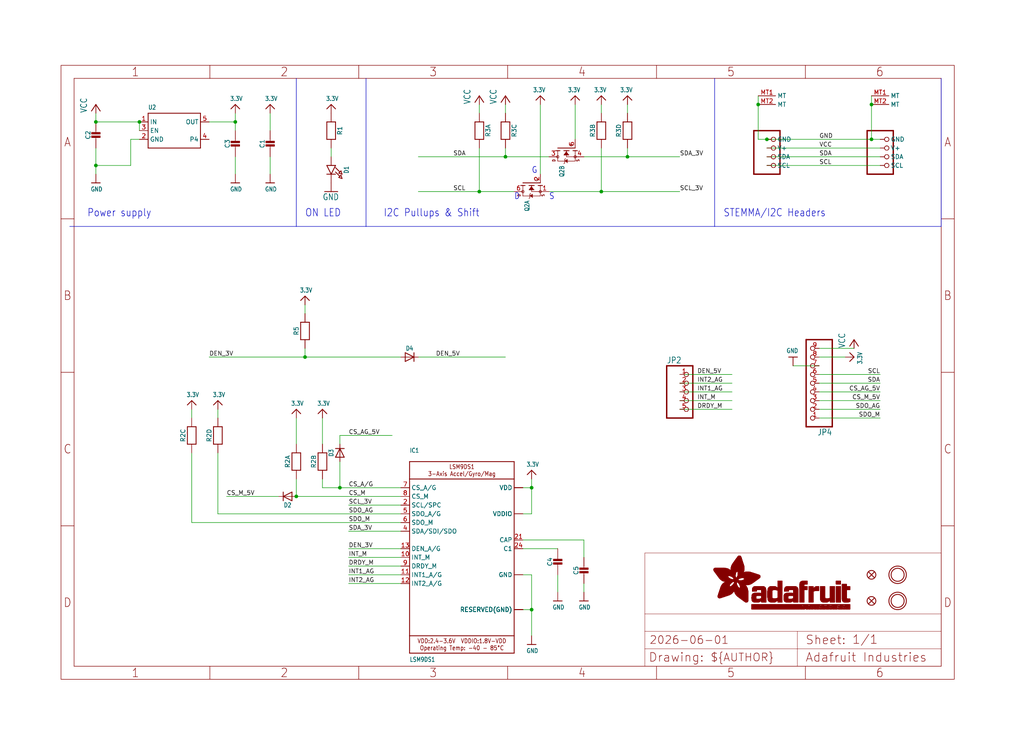
<source format=kicad_sch>
(kicad_sch (version 20231120) (generator "eeschema") (generator_version "8.0")
  (paper "User" 298.45 217.322)
  (lib_symbols
    (symbol "Adafruit LSM9DS1 Rev C-eagle-import:microbuilder_3.3V" (power)
      (symbol "microbuilder_3.3V_1_0"
        (pin power_in line (at 0 -2.54 90) (length 2.54) (name "3.3V") (number "1"))
      )
    )
    (symbol "Adafruit LSM9DS1 Rev C-eagle-import:microbuilder_CAP_CERAMIC0603_NO"
      (property "Reference" "C" (at -2.29 1.25 90))
      (symbol "microbuilder_CAP_CERAMIC0603_NO_1_0"
        (pin passive line (at 0 5.08 270) (length 2.54) (name "1") (number "1"))
        (pin passive line (at 0 -2.54 90) (length 2.54) (name "2") (number "2"))
      )
    )
    (symbol "Adafruit LSM9DS1 Rev C-eagle-import:microbuilder_CAP_CERAMIC0805-NOOUTLINE"
      (property "Reference" "C" (at -2.29 1.25 90))
      (symbol "microbuilder_CAP_CERAMIC0805-NOOUTLINE_1_0"
        (pin passive line (at 0 5.08 270) (length 2.54) (name "1") (number "1"))
        (pin passive line (at 0 -2.54 90) (length 2.54) (name "2") (number "2"))
      )
    )
    (symbol "Adafruit LSM9DS1 Rev C-eagle-import:microbuilder_CAP_CERAMIC_0805MP"
      (property "Reference" "C" (at -2.29 1.25 90))
      (symbol "microbuilder_CAP_CERAMIC_0805MP_1_0"
        (pin passive line (at 0 5.08 270) (length 2.54) (name "1") (number "1"))
        (pin passive line (at 0 -2.54 90) (length 2.54) (name "2") (number "2"))
      )
    )
    (symbol "Adafruit LSM9DS1 Rev C-eagle-import:microbuilder_DIODESOD-323"
      (property "Reference" "D" (at 0 2.54 0))
      (symbol "microbuilder_DIODESOD-323_1_0"
        (pin passive line (at -2.54 0 0) (length 2.54) (name "A") (number "A"))
        (pin passive line (at 2.54 0 180) (length 2.54) (name "C") (number "C"))
      )
    )
    (symbol "Adafruit LSM9DS1 Rev C-eagle-import:microbuilder_FIDUCIAL_1MM")
    (symbol "Adafruit LSM9DS1 Rev C-eagle-import:microbuilder_FRAME_A4_ADAFRUIT"
      (symbol "microbuilder_FRAME_A4_ADAFRUIT_1_0"
        (text "${#}/${##}" (at 230.505 10.16 0) (effects (font (size 2.54 2.54)) (justify left bottom)))
        (text "${AUTHOR}" (at 189.23 5.08 0) (effects (font (size 2.286 2.286)) (justify left bottom)))
        (text "${CURRENT_DATE}" (at 171.45 10.16 0) (effects (font (size 2.286 2.286)) (justify left bottom)))
        (text "${PROJECTNAME}" (at 171.45 15.24 0) (effects (font (size 2.54 2.54)) (justify left bottom)))
        (text "1" (at 21.6958 1.905 0) (effects (font (size 2.54 2.286))))
        (text "1" (at 21.6958 177.165 0) (effects (font (size 2.54 2.286))))
        (text "2" (at 65.0875 1.905 0) (effects (font (size 2.54 2.286))))
        (text "2" (at 65.0875 177.165 0) (effects (font (size 2.54 2.286))))
        (text "3" (at 108.4792 1.905 0) (effects (font (size 2.54 2.286))))
        (text "3" (at 108.4792 177.165 0) (effects (font (size 2.54 2.286))))
        (text "4" (at 151.8708 1.905 0) (effects (font (size 2.54 2.286))))
        (text "4" (at 151.8708 177.165 0) (effects (font (size 2.54 2.286))))
        (text "5" (at 195.2625 1.905 0) (effects (font (size 2.54 2.286))))
        (text "5" (at 195.2625 177.165 0) (effects (font (size 2.54 2.286))))
        (text "6" (at 238.6542 1.905 0) (effects (font (size 2.54 2.286))))
        (text "6" (at 238.6542 177.165 0) (effects (font (size 2.54 2.286))))
        (text "A" (at 1.905 156.6863 0) (effects (font (size 2.54 2.286))))
        (text "A" (at 258.445 156.6863 0) (effects (font (size 2.54 2.286))))
        (text "Adafruit Industries" (at 216.916 4.953 0) (effects (font (size 2.54 2.54)) (justify left bottom)))
        (text "B" (at 1.905 111.9188 0) (effects (font (size 2.54 2.286))))
        (text "B" (at 258.445 111.9188 0) (effects (font (size 2.54 2.286))))
        (text "C" (at 1.905 67.1513 0) (effects (font (size 2.54 2.286))))
        (text "C" (at 258.445 67.1513 0) (effects (font (size 2.54 2.286))))
        (text "D" (at 1.905 22.3838 0) (effects (font (size 2.54 2.286))))
        (text "D" (at 258.445 22.3838 0) (effects (font (size 2.54 2.286))))
        (text "Drawing:" (at 171.196 4.953 0) (effects (font (size 2.54 2.54)) (justify left bottom)))
        (text "Sheet:" (at 216.916 10.033 0) (effects (font (size 2.54 2.54)) (justify left bottom)))
      )
    )
    (symbol "Adafruit LSM9DS1 Rev C-eagle-import:microbuilder_GND" (power)
      (symbol "microbuilder_GND_1_0"
        (pin power_in line (at 0 2.54 270) (length 2.54) (name "GND") (number "1"))
      )
    )
    (symbol "Adafruit LSM9DS1 Rev C-eagle-import:microbuilder_HEADER-1X570MIL"
      (property "Reference" "JP" (at -6.35 8.255 0))
      (symbol "microbuilder_HEADER-1X570MIL_1_0"
        (pin passive inverted (at -2.54 5.08 0) (length 2.54) (name "1") (number "1"))
        (pin passive inverted (at -2.54 2.54 0) (length 2.54) (name "2") (number "2"))
        (pin passive inverted (at -2.54 0 0) (length 2.54) (name "3") (number "3"))
        (pin passive inverted (at -2.54 -2.54 0) (length 2.54) (name "4") (number "4"))
        (pin passive inverted (at -2.54 -5.08 0) (length 2.54) (name "5") (number "5"))
      )
    )
    (symbol "Adafruit LSM9DS1 Rev C-eagle-import:microbuilder_HEADER-1X970MIL"
      (property "Reference" "JP" (at -6.35 13.335 0))
      (symbol "microbuilder_HEADER-1X970MIL_1_0"
        (pin passive inverted (at -2.54 10.16 0) (length 2.54) (name "1") (number "1"))
        (pin passive inverted (at -2.54 7.62 0) (length 2.54) (name "2") (number "2"))
        (pin passive inverted (at -2.54 5.08 0) (length 2.54) (name "3") (number "3"))
        (pin passive inverted (at -2.54 2.54 0) (length 2.54) (name "4") (number "4"))
        (pin passive inverted (at -2.54 0 0) (length 2.54) (name "5") (number "5"))
        (pin passive inverted (at -2.54 -2.54 0) (length 2.54) (name "6") (number "6"))
        (pin passive inverted (at -2.54 -5.08 0) (length 2.54) (name "7") (number "7"))
        (pin passive inverted (at -2.54 -7.62 0) (length 2.54) (name "8") (number "8"))
        (pin passive inverted (at -2.54 -10.16 0) (length 2.54) (name "9") (number "9"))
      )
    )
    (symbol "Adafruit LSM9DS1 Rev C-eagle-import:microbuilder_LED0603_NOOUTLINE"
      (property "Reference" "D" (at -1.27 4.445 0))
      (symbol "microbuilder_LED0603_NOOUTLINE_1_0"
        (pin passive line (at -5.08 0 0) (length 2.54) (name "A") (number "A"))
        (pin passive line (at 2.54 0 180) (length 2.54) (name "C") (number "C"))
      )
    )
    (symbol "Adafruit LSM9DS1 Rev C-eagle-import:microbuilder_LSM9DS1"
      (property "Reference" "IC" (at -15.24 27.94 0))
      (symbol "microbuilder_LSM9DS1_1_0"
        (text "LSM9DS1\n3-Axis Accel/Gyro/Mag" (at 0 22.86 0) (effects (font (size 1.27 1.0795))))
        (text "VDD:2.4-3.6V  VDDIO:1.8V-VDD\nOperating Temp: -40 - 85°C" (at 0 -27.94 0) (effects (font (size 1.27 1.0795))))
        (pin power_in line (at 17.78 10.16 180) (length 2.54) (name "VDDIO") (number "1"))
        (pin bidirectional line (at -17.78 -2.54 0) (length 2.54) (name "INT_M") (number "10"))
        (pin bidirectional line (at -17.78 -7.62 0) (length 2.54) (name "INT1_A/G") (number "11"))
        (pin bidirectional line (at -17.78 -10.16 0) (length 2.54) (name "INT2_A/G") (number "12"))
        (pin bidirectional line (at -17.78 0 0) (length 2.54) (name "DEN_A/G") (number "13"))
        (pin power_in line (at 17.78 -17.78 180) (length 2.54) (name "RESERVED(GND)") (number "14"))
        (pin power_in line (at 17.78 -17.78 180) (length 2.54) (name "RESERVED(GND)") (number "15"))
        (pin power_in line (at 17.78 -17.78 180) (length 2.54) (name "RESERVED(GND)") (number "16"))
        (pin power_in line (at 17.78 -17.78 180) (length 2.54) (name "RESERVED(GND)") (number "17"))
        (pin power_in line (at 17.78 -17.78 180) (length 2.54) (name "RESERVED(GND)") (number "18"))
        (pin power_in line (at 17.78 -7.62 180) (length 2.54) (name "GND") (number "19"))
        (pin bidirectional line (at -17.78 12.7 0) (length 2.54) (name "SCL/SPC") (number "2"))
        (pin power_in line (at 17.78 -7.62 180) (length 2.54) (name "GND") (number "20"))
        (pin bidirectional line (at 17.78 2.54 180) (length 2.54) (name "CAP") (number "21"))
        (pin power_in line (at 17.78 17.78 180) (length 2.54) (name "VDD") (number "22"))
        (pin power_in line (at 17.78 17.78 180) (length 2.54) (name "VDD") (number "23"))
        (pin bidirectional line (at 17.78 0 180) (length 2.54) (name "C1") (number "24"))
        (pin power_in line (at 17.78 10.16 180) (length 2.54) (name "VDDIO") (number "3"))
        (pin bidirectional line (at -17.78 5.08 0) (length 2.54) (name "SDA/SDI/SDO") (number "4"))
        (pin bidirectional line (at -17.78 10.16 0) (length 2.54) (name "SDO_A/G") (number "5"))
        (pin bidirectional line (at -17.78 7.62 0) (length 2.54) (name "SDO_M") (number "6"))
        (pin bidirectional line (at -17.78 17.78 0) (length 2.54) (name "CS_A/G") (number "7"))
        (pin bidirectional line (at -17.78 15.24 0) (length 2.54) (name "CS_M") (number "8"))
        (pin bidirectional line (at -17.78 -5.08 0) (length 2.54) (name "DRDY_M") (number "9"))
      )
    )
    (symbol "Adafruit LSM9DS1 Rev C-eagle-import:microbuilder_MOSFET-N_DUAL"
      (property "Reference" "Q" (at 5.08 0.635 0))
      (symbol "microbuilder_MOSFET-N_DUAL_1_0"
        (text "D" (at 3.175 3.175 0) (effects (font (size 0.8128 0.6908)) (justify left bottom)))
        (text "G" (at -1.27 -1.905 0) (effects (font (size 0.8128 0.6908)) (justify left bottom)))
        (text "S" (at 3.175 -3.81 0) (effects (font (size 0.8128 0.6908)) (justify left bottom)))
        (pin bidirectional line (at 2.54 -5.08 90) (length 2.54) (name "S") (number "1"))
        (pin bidirectional line (at -2.54 -2.54 0) (length 2.54) (name "G") (number "2"))
        (pin bidirectional line (at 2.54 5.08 270) (length 2.54) (name "D") (number "6"))
      )
      (symbol "microbuilder_MOSFET-N_DUAL_2_0"
        (text "D" (at 3.175 3.175 0) (effects (font (size 0.8128 0.6908)) (justify left bottom)))
        (text "G" (at -1.27 -1.905 0) (effects (font (size 0.8128 0.6908)) (justify left bottom)))
        (text "S" (at 3.175 -3.81 0) (effects (font (size 0.8128 0.6908)) (justify left bottom)))
        (pin bidirectional line (at 2.54 5.08 270) (length 2.54) (name "D") (number "3"))
        (pin bidirectional line (at 2.54 -5.08 90) (length 2.54) (name "S") (number "4"))
        (pin bidirectional line (at -2.54 -2.54 0) (length 2.54) (name "G") (number "5"))
      )
    )
    (symbol "Adafruit LSM9DS1 Rev C-eagle-import:microbuilder_MOUNTINGHOLE2.5")
    (symbol "Adafruit LSM9DS1 Rev C-eagle-import:microbuilder_RESISTOR_0603_NOOUT"
      (property "Reference" "R" (at 0 2.54 0))
      (symbol "microbuilder_RESISTOR_0603_NOOUT_1_0"
        (pin passive line (at -5.08 0 0) (length 2.54) (name "1") (number "1"))
        (pin passive line (at 5.08 0 180) (length 2.54) (name "2") (number "2"))
      )
    )
    (symbol "Adafruit LSM9DS1 Rev C-eagle-import:microbuilder_RESISTOR_4PACK"
      (property "Reference" "R" (at 0 2.54 0))
      (symbol "microbuilder_RESISTOR_4PACK_1_0"
        (pin passive line (at -5.08 0 0) (length 2.54) (name "1") (number "1"))
        (pin passive line (at 5.08 0 180) (length 2.54) (name "2") (number "8"))
      )
      (symbol "microbuilder_RESISTOR_4PACK_2_0"
        (pin passive line (at -5.08 0 0) (length 2.54) (name "1") (number "2"))
        (pin passive line (at 5.08 0 180) (length 2.54) (name "2") (number "7"))
      )
      (symbol "microbuilder_RESISTOR_4PACK_3_0"
        (pin passive line (at -5.08 0 0) (length 2.54) (name "1") (number "3"))
        (pin passive line (at 5.08 0 180) (length 2.54) (name "2") (number "6"))
      )
      (symbol "microbuilder_RESISTOR_4PACK_4_0"
        (pin passive line (at -5.08 0 0) (length 2.54) (name "1") (number "4"))
        (pin passive line (at 5.08 0 180) (length 2.54) (name "2") (number "5"))
      )
    )
    (symbol "Adafruit LSM9DS1 Rev C-eagle-import:microbuilder_STEMMA_I2C_QT"
      (symbol "microbuilder_STEMMA_I2C_QT_1_0"
        (pin passive inverted (at 0 5.08 0) (length 2.54) (name "GND") (number "1"))
        (pin passive inverted (at 0 2.54 0) (length 2.54) (name "V+") (number "2"))
        (pin passive inverted (at 0 0 0) (length 2.54) (name "SDA") (number "3"))
        (pin passive inverted (at 0 -2.54 0) (length 2.54) (name "SCL") (number "4"))
      )
      (symbol "microbuilder_STEMMA_I2C_QT_2_0"
        (pin bidirectional line (at 0 0 0) (length 5.08) (name "MT") (number "MT1"))
      )
      (symbol "microbuilder_STEMMA_I2C_QT_3_0"
        (pin bidirectional line (at 0 0 0) (length 5.08) (name "MT") (number "MT2"))
      )
    )
    (symbol "Adafruit LSM9DS1 Rev C-eagle-import:microbuilder_VREG_SOT23-5"
      (property "Reference" "U" (at -7.62 6.096 0))
      (symbol "microbuilder_VREG_SOT23-5_1_0"
        (pin power_in line (at -10.16 2.54 0) (length 2.54) (name "IN") (number "1"))
        (pin power_in line (at -10.16 -2.54 0) (length 2.54) (name "GND") (number "2"))
        (pin input line (at -10.16 0 0) (length 2.54) (name "EN") (number "3"))
        (pin bidirectional line (at 10.16 -2.54 180) (length 2.54) (name "P4") (number "4"))
        (pin power_in line (at 10.16 2.54 180) (length 2.54) (name "OUT") (number "5"))
      )
    )
    (symbol "Adafruit LSM9DS1 Rev C-eagle-import:supply1_GND" (power)
      (symbol "supply1_GND_1_0"
        (pin power_in line (at 0 2.54 270) (length 2.54) (name "GND") (number "1"))
      )
    )
    (symbol "Adafruit LSM9DS1 Rev C-eagle-import:supply1_VCC" (power)
      (symbol "supply1_VCC_1_0"
        (pin power_in line (at 0 -2.54 90) (length 2.54) (name "VCC") (number "1"))
      )
    )
  )
  (junction (at 99.06 142.24))
  (junction (at 223.52 40.64))
  (junction (at 182.88 45.72))
  (junction (at 154.94 177.8))
  (junction (at 175.26 55.88))
  (junction (at 68.58 35.56))
  (junction (at 147.32 45.72))
  (junction (at 254 40.64))
  (junction (at 254 30.48))
  (junction (at 40.64 35.56))
  (junction (at 220.98 30.48))
  (junction (at 86.36 144.78))
  (junction (at 27.94 48.26))
  (junction (at 27.94 35.56))
  (junction (at 154.94 142.24))
  (junction (at 139.7 55.88))
  (junction (at 88.9 104.14))
  (wire (pts (xy 238.76 106.68) (xy 231.14 106.68)) (stroke (width 0.1524)))
  (wire (pts (xy 38.1 48.26) (xy 27.94 48.26)) (stroke (width 0.1524)))
  (wire (pts (xy 220.98 30.48) (xy 220.98 40.64)) (stroke (width 0.1524)))
  (wire (pts (xy 175.26 43.18) (xy 175.26 55.88)) (stroke (width 0.1524)))
  (wire (pts (xy 121.92 104.14) (xy 147.32 104.14)) (stroke (width 0.1524)))
  (wire (pts (xy 139.7 55.88) (xy 121.92 55.88)) (stroke (width 0.1524)))
  (wire (pts (xy 213.36 119.38) (xy 198.12 119.38)) (stroke (width 0.1524)))
  (wire (pts (xy 78.74 33.02) (xy 78.74 38.1)) (stroke (width 0.1524)))
  (wire (pts (xy 246.38 104.14) (xy 238.76 104.14)) (stroke (width 0.1524)))
  (wire (pts (xy 55.88 152.4) (xy 55.88 132.08)) (stroke (width 0.1524)))
  (wire (pts (xy 256.54 45.72) (xy 223.52 45.72)) (stroke (width 0.1524)))
  (wire (pts (xy 162.56 172.72) (xy 162.56 167.64)) (stroke (width 0.1524)))
  (wire (pts (xy 160.02 55.88) (xy 175.26 55.88)) (stroke (width 0.1524)))
  (wire (pts (xy 96.52 45.72) (xy 96.52 43.18)) (stroke (width 0.1524)))
  (wire (pts (xy 93.98 142.24) (xy 99.06 142.24)) (stroke (width 0.1524)))
  (wire (pts (xy 68.58 35.56) (xy 68.58 33.02)) (stroke (width 0.1524)))
  (wire (pts (xy 182.88 43.18) (xy 182.88 45.72)) (stroke (width 0.1524)))
  (wire (pts (xy 147.32 33.02) (xy 147.32 30.48)) (stroke (width 0.1524)))
  (wire (pts (xy 116.84 142.24) (xy 99.06 142.24)) (stroke (width 0.1524)))
  (wire (pts (xy 116.84 152.4) (xy 55.88 152.4)) (stroke (width 0.1524)))
  (polyline (pts (xy 208.28 22.86) (xy 208.28 66.04)) (stroke (width 0.1524) (type solid)))
  (wire (pts (xy 63.5 149.86) (xy 63.5 132.08)) (stroke (width 0.1524)))
  (polyline (pts (xy 86.36 66.04) (xy 106.68 66.04)) (stroke (width 0.1524) (type solid)))
  (wire (pts (xy 99.06 127) (xy 114.3 127)) (stroke (width 0.1524)))
  (wire (pts (xy 99.06 142.24) (xy 99.06 134.62)) (stroke (width 0.1524)))
  (wire (pts (xy 68.58 45.72) (xy 68.58 50.8)) (stroke (width 0.1524)))
  (wire (pts (xy 238.76 109.22) (xy 256.54 109.22)) (stroke (width 0.1524)))
  (wire (pts (xy 254 40.64) (xy 223.52 40.64)) (stroke (width 0.1524)))
  (wire (pts (xy 238.76 114.3) (xy 256.54 114.3)) (stroke (width 0.1524)))
  (wire (pts (xy 88.9 104.14) (xy 88.9 101.6)) (stroke (width 0.1524)))
  (wire (pts (xy 154.94 142.24) (xy 154.94 139.7)) (stroke (width 0.1524)))
  (wire (pts (xy 198.12 109.22) (xy 213.36 109.22)) (stroke (width 0.1524)))
  (wire (pts (xy 170.18 157.48) (xy 170.18 162.56)) (stroke (width 0.1524)))
  (wire (pts (xy 86.36 129.54) (xy 86.36 121.92)) (stroke (width 0.1524)))
  (wire (pts (xy 40.64 40.64) (xy 38.1 40.64)) (stroke (width 0.1524)))
  (wire (pts (xy 223.52 43.18) (xy 256.54 43.18)) (stroke (width 0.1524)))
  (wire (pts (xy 88.9 104.14) (xy 60.96 104.14)) (stroke (width 0.1524)))
  (wire (pts (xy 160.02 45.72) (xy 147.32 45.72)) (stroke (width 0.1524)))
  (wire (pts (xy 213.36 116.84) (xy 198.12 116.84)) (stroke (width 0.1524)))
  (wire (pts (xy 86.36 144.78) (xy 86.36 139.7)) (stroke (width 0.1524)))
  (wire (pts (xy 238.76 111.76) (xy 256.54 111.76)) (stroke (width 0.1524)))
  (polyline (pts (xy 208.28 66.04) (xy 274.32 66.04)) (stroke (width 0.1524) (type solid)))
  (wire (pts (xy 40.64 38.1) (xy 40.64 35.56)) (stroke (width 0.1524)))
  (wire (pts (xy 238.76 121.92) (xy 256.54 121.92)) (stroke (width 0.1524)))
  (wire (pts (xy 254 30.48) (xy 254 40.64)) (stroke (width 0.1524)))
  (wire (pts (xy 55.88 121.92) (xy 55.88 119.38)) (stroke (width 0.1524)))
  (wire (pts (xy 81.28 144.78) (xy 66.04 144.78)) (stroke (width 0.1524)))
  (polyline (pts (xy 274.32 22.86) (xy 274.32 66.04)) (stroke (width 0.1524) (type solid)))
  (wire (pts (xy 93.98 129.54) (xy 93.98 121.92)) (stroke (width 0.1524)))
  (wire (pts (xy 170.18 45.72) (xy 182.88 45.72)) (stroke (width 0.1524)))
  (wire (pts (xy 220.98 27.94) (xy 220.98 30.48)) (stroke (width 0.1524)))
  (wire (pts (xy 147.32 45.72) (xy 121.92 45.72)) (stroke (width 0.1524)))
  (polyline (pts (xy 106.68 66.04) (xy 208.28 66.04)) (stroke (width 0.1524) (type solid)))
  (wire (pts (xy 116.84 165.1) (xy 101.6 165.1)) (stroke (width 0.1524)))
  (wire (pts (xy 152.4 149.86) (xy 154.94 149.86)) (stroke (width 0.1524)))
  (wire (pts (xy 213.36 114.3) (xy 198.12 114.3)) (stroke (width 0.1524)))
  (wire (pts (xy 93.98 142.24) (xy 93.98 139.7)) (stroke (width 0.1524)))
  (wire (pts (xy 116.84 170.18) (xy 101.6 170.18)) (stroke (width 0.1524)))
  (polyline (pts (xy 86.36 22.86) (xy 86.36 66.04)) (stroke (width 0.1524) (type solid)))
  (wire (pts (xy 116.84 144.78) (xy 86.36 144.78)) (stroke (width 0.1524)))
  (wire (pts (xy 256.54 40.64) (xy 254 40.64)) (stroke (width 0.1524)))
  (wire (pts (xy 139.7 30.48) (xy 139.7 33.02)) (stroke (width 0.1524)))
  (wire (pts (xy 68.58 35.56) (xy 68.58 38.1)) (stroke (width 0.1524)))
  (wire (pts (xy 116.84 149.86) (xy 63.5 149.86)) (stroke (width 0.1524)))
  (wire (pts (xy 116.84 154.94) (xy 101.6 154.94)) (stroke (width 0.1524)))
  (wire (pts (xy 116.84 167.64) (xy 101.6 167.64)) (stroke (width 0.1524)))
  (wire (pts (xy 154.94 149.86) (xy 154.94 142.24)) (stroke (width 0.1524)))
  (polyline (pts (xy 106.68 22.86) (xy 106.68 66.04)) (stroke (width 0.1524) (type solid)))
  (wire (pts (xy 27.94 48.26) (xy 27.94 50.8)) (stroke (width 0.1524)))
  (wire (pts (xy 254 27.94) (xy 254 30.48)) (stroke (width 0.1524)))
  (wire (pts (xy 220.98 40.64) (xy 223.52 40.64)) (stroke (width 0.1524)))
  (wire (pts (xy 238.76 119.38) (xy 256.54 119.38)) (stroke (width 0.1524)))
  (wire (pts (xy 248.92 101.6) (xy 238.76 101.6)) (stroke (width 0.1524)))
  (wire (pts (xy 60.96 35.56) (xy 68.58 35.56)) (stroke (width 0.1524)))
  (wire (pts (xy 154.94 177.8) (xy 154.94 185.42)) (stroke (width 0.1524)))
  (wire (pts (xy 152.4 167.64) (xy 154.94 167.64)) (stroke (width 0.1524)))
  (wire (pts (xy 152.4 177.8) (xy 154.94 177.8)) (stroke (width 0.1524)))
  (wire (pts (xy 63.5 121.92) (xy 63.5 119.38)) (stroke (width 0.1524)))
  (wire (pts (xy 116.84 160.02) (xy 101.6 160.02)) (stroke (width 0.1524)))
  (wire (pts (xy 152.4 157.48) (xy 170.18 157.48)) (stroke (width 0.1524)))
  (wire (pts (xy 152.4 160.02) (xy 162.56 160.02)) (stroke (width 0.1524)))
  (wire (pts (xy 182.88 33.02) (xy 182.88 30.48)) (stroke (width 0.1524)))
  (wire (pts (xy 175.26 55.88) (xy 198.12 55.88)) (stroke (width 0.1524)))
  (wire (pts (xy 152.4 142.24) (xy 154.94 142.24)) (stroke (width 0.1524)))
  (wire (pts (xy 116.84 162.56) (xy 101.6 162.56)) (stroke (width 0.1524)))
  (wire (pts (xy 157.48 50.8) (xy 157.48 30.48)) (stroke (width 0.1524)))
  (wire (pts (xy 213.36 111.76) (xy 198.12 111.76)) (stroke (width 0.1524)))
  (wire (pts (xy 27.94 33.02) (xy 27.94 35.56)) (stroke (width 0.1524)))
  (polyline (pts (xy 20.32 66.04) (xy 86.36 66.04)) (stroke (width 0.1524) (type solid)))
  (wire (pts (xy 139.7 43.18) (xy 139.7 55.88)) (stroke (width 0.1524)))
  (wire (pts (xy 40.64 35.56) (xy 27.94 35.56)) (stroke (width 0.1524)))
  (wire (pts (xy 167.64 40.64) (xy 167.64 30.48)) (stroke (width 0.1524)))
  (wire (pts (xy 27.94 48.26) (xy 27.94 43.18)) (stroke (width 0.1524)))
  (wire (pts (xy 147.32 43.18) (xy 147.32 45.72)) (stroke (width 0.1524)))
  (wire (pts (xy 154.94 167.64) (xy 154.94 177.8)) (stroke (width 0.1524)))
  (wire (pts (xy 175.26 33.02) (xy 175.26 30.48)) (stroke (width 0.1524)))
  (wire (pts (xy 182.88 45.72) (xy 198.12 45.72)) (stroke (width 0.1524)))
  (wire (pts (xy 223.52 48.26) (xy 256.54 48.26)) (stroke (width 0.1524)))
  (wire (pts (xy 170.18 170.18) (xy 170.18 172.72)) (stroke (width 0.1524)))
  (wire (pts (xy 116.84 104.14) (xy 88.9 104.14)) (stroke (width 0.1524)))
  (wire (pts (xy 149.86 55.88) (xy 139.7 55.88)) (stroke (width 0.1524)))
  (wire (pts (xy 88.9 88.9) (xy 88.9 91.44)) (stroke (width 0.1524)))
  (wire (pts (xy 38.1 40.64) (xy 38.1 48.26)) (stroke (width 0.1524)))
  (wire (pts (xy 78.74 45.72) (xy 78.74 50.8)) (stroke (width 0.1524)))
  (wire (pts (xy 99.06 129.54) (xy 99.06 127)) (stroke (width 0.1524)))
  (wire (pts (xy 116.84 147.32) (xy 101.6 147.32)) (stroke (width 0.1524)))
  (wire (pts (xy 256.54 116.84) (xy 238.76 116.84)) (stroke (width 0.1524)))
  (text "I2C Pullups & Shift" (at 111.76 63.5 0) (effects (font (size 2.1844 1.8567)) (justify left bottom)))
  (text "ON LED" (at 88.9 63.5 0) (effects (font (size 2.1844 1.8567)) (justify left bottom)))
  (text "STEMMA/I2C Headers" (at 210.82 63.5 0) (effects (font (size 2.1844 1.8567)) (justify left bottom)))
  (text "Power supply" (at 25.4 63.5 0) (effects (font (size 2.1844 1.8567)) (justify left bottom)))
  (text "S" (at 160.02 58.42 0) (effects (font (size 1.778 1.5113)) (justify left bottom)))
  (text "G" (at 154.94 50.8 0) (effects (font (size 1.778 1.5113)) (justify left bottom)))
  (text "D" (at 149.86 58.42 0) (effects (font (size 1.778 1.5113)) (justify left bottom)))
  (label "DRDY_M" (at 203.2 119.38 0) (effects (font (size 1.2446 1.2446))))
  (label "INT1_AG" (at 203.2 114.3 0) (effects (font (size 1.2446 1.2446))))
  (label "SDA" (at 256.54 111.76 180) (effects (font (size 1.2446 1.2446))))
  (label "SDA" (at 132.08 45.72 0) (effects (font (size 1.2446 1.2446))))
  (label "SDO_M" (at 256.54 121.92 180) (effects (font (size 1.2446 1.2446))))
  (label "SDA_3V" (at 101.6 154.94 0) (effects (font (size 1.2446 1.2446))))
  (label "DEN_5V" (at 127 104.14 0) (effects (font (size 1.2446 1.2446))))
  (label "INT2_AG" (at 203.2 111.76 0) (effects (font (size 1.2446 1.2446))))
  (label "VCC" (at 238.76 43.18 0) (effects (font (size 1.2446 1.2446))))
  (label "SDO_AG" (at 256.54 119.38 180) (effects (font (size 1.2446 1.2446))))
  (label "INT2_AG" (at 101.6 170.18 0) (effects (font (size 1.2446 1.2446))))
  (label "DEN_3V" (at 101.6 160.02 0) (effects (font (size 1.2446 1.2446))))
  (label "CS_M_5V" (at 66.04 144.78 0) (effects (font (size 1.2446 1.2446))))
  (label "SCL" (at 256.54 109.22 180) (effects (font (size 1.2446 1.2446))))
  (label "SCL" (at 132.08 55.88 0) (effects (font (size 1.2446 1.2446))))
  (label "SDO_M" (at 101.6 152.4 0) (effects (font (size 1.2446 1.2446))))
  (label "CS_M_5V" (at 256.54 116.84 180) (effects (font (size 1.2446 1.2446))))
  (label "SCL_3V" (at 101.6 147.32 0) (effects (font (size 1.2446 1.2446))))
  (label "DRDY_M" (at 101.6 165.1 0) (effects (font (size 1.2446 1.2446))))
  (label "GND" (at 238.76 40.64 0) (effects (font (size 1.2446 1.2446))))
  (label "CS_A/G" (at 101.6 142.24 0) (effects (font (size 1.2446 1.2446))))
  (label "DEN_3V" (at 60.96 104.14 0) (effects (font (size 1.2446 1.2446))))
  (label "CS_AG_5V" (at 101.6 127 0) (effects (font (size 1.2446 1.2446))))
  (label "INT1_AG" (at 101.6 167.64 0) (effects (font (size 1.2446 1.2446))))
  (label "CS_AG_5V" (at 256.54 114.3 180) (effects (font (size 1.2446 1.2446))))
  (label "SDA" (at 238.76 45.72 0) (effects (font (size 1.2446 1.2446))))
  (label "SCL" (at 238.76 48.26 0) (effects (font (size 1.2446 1.2446))))
  (label "DEN_5V" (at 203.2 109.22 0) (effects (font (size 1.2446 1.2446))))
  (label "INT_M" (at 101.6 162.56 0) (effects (font (size 1.2446 1.2446))))
  (label "INT_M" (at 203.2 116.84 0) (effects (font (size 1.2446 1.2446))))
  (label "SDO_AG" (at 101.6 149.86 0) (effects (font (size 1.2446 1.2446))))
  (label "SDA_3V" (at 198.12 45.72 0) (effects (font (size 1.2446 1.2446))))
  (label "CS_M" (at 101.6 144.78 0) (effects (font (size 1.2446 1.2446))))
  (label "SCL_3V" (at 198.12 55.88 0) (effects (font (size 1.2446 1.2446))))
  (symbol (lib_id "Adafruit LSM9DS1 Rev C-eagle-import:microbuilder_DIODESOD-323") (at 99.06 132.08 90) (unit 1)
    (property "Reference" "D3" (at 96.52 132.08 0) (effects (font (size 1.27 1.0795))))
    (property "Value" "DIODESOD-323" (effects (hide yes)))
    (property "Footprint" "Adafruit LSM9DS1 Rev C:SOD-323" (effects (hide yes)))
  )
  (symbol (lib_id "Adafruit LSM9DS1 Rev C-eagle-import:microbuilder_STEMMA_I2C_QT") (at 223.52 45.72 0) (unit 1)
    (property "Reference" "CONN3" (effects (hide yes)))
    (property "Value" "STEMMA_I2C_QT" (effects (hide yes)))
    (property "Footprint" "Adafruit LSM9DS1 Rev C:JST_SH4" (effects (hide yes)))
  )
  (symbol (lib_id "Adafruit LSM9DS1 Rev C-eagle-import:supply1_GND") (at 96.52 55.88 0) (unit 1)
    (property "Reference" "#GND06" (effects (hide yes)))
    (property "Value" "GND" (at 93.98 58.42 0) (effects (font (size 1.778 1.5113)) (justify left bottom)))
  )
  (symbol (lib_id "Adafruit LSM9DS1 Rev C-eagle-import:microbuilder_STEMMA_I2C_QT") (at 256.54 45.72 0) (unit 1)
    (property "Reference" "CONN4" (effects (hide yes)))
    (property "Value" "STEMMA_I2C_QT" (effects (hide yes)))
    (property "Footprint" "Adafruit LSM9DS1 Rev C:JST_SH4" (effects (hide yes)))
  )
  (symbol (lib_id "Adafruit LSM9DS1 Rev C-eagle-import:microbuilder_GND") (at 68.58 53.34 0) (unit 1)
    (property "Reference" "#U$05" (effects (hide yes)))
    (property "Value" "GND" (at 67.056 55.88 0) (effects (font (size 1.27 1.0795)) (justify left bottom)))
  )
  (symbol (lib_id "Adafruit LSM9DS1 Rev C-eagle-import:supply1_VCC") (at 27.94 30.48 0) (unit 1)
    (property "Reference" "#P+03" (effects (hide yes)))
    (property "Value" "VCC" (at 25.4 33.02 90) (effects (font (size 1.778 1.5113)) (justify left bottom)))
  )
  (symbol (lib_id "Adafruit LSM9DS1 Rev C-eagle-import:microbuilder_3.3V") (at 182.88 27.94 0) (mirror y) (unit 1)
    (property "Reference" "#U$07" (effects (hide yes)))
    (property "Value" "3.3V" (at 184.404 26.924 0) (effects (font (size 1.27 1.0795)) (justify left bottom)))
  )
  (symbol (lib_id "Adafruit LSM9DS1 Rev C-eagle-import:microbuilder_STEMMA_I2C_QT") (at 254 27.94 0) (unit 2)
    (property "Reference" "CONN4" (effects (hide yes)))
    (property "Value" "STEMMA_I2C_QT" (effects (hide yes)))
    (property "Footprint" "Adafruit LSM9DS1 Rev C:JST_SH4" (effects (hide yes)))
  )
  (symbol (lib_id "Adafruit LSM9DS1 Rev C-eagle-import:microbuilder_3.3V") (at 154.94 137.16 0) (unit 1)
    (property "Reference" "#U$012" (effects (hide yes)))
    (property "Value" "3.3V" (at 153.416 136.144 0) (effects (font (size 1.27 1.0795)) (justify left bottom)))
  )
  (symbol (lib_id "Adafruit LSM9DS1 Rev C-eagle-import:microbuilder_RESISTOR_4PACK") (at 63.5 127 90) (unit 4)
    (property "Reference" "R2" (at 60.96 127 0))
    (property "Value" "RESISTOR_4PACK" (effects (hide yes)))
    (property "Footprint" "Adafruit LSM9DS1 Rev C:RESPACK_4X0603" (effects (hide yes)))
  )
  (symbol (lib_id "Adafruit LSM9DS1 Rev C-eagle-import:microbuilder_RESISTOR_0603_NOOUT") (at 88.9 96.52 90) (unit 1)
    (property "Reference" "R5" (at 86.36 96.52 0))
    (property "Value" "RESISTOR_0603_NOOUT" (effects (hide yes)))
    (property "Footprint" "Adafruit LSM9DS1 Rev C:0603-NO" (effects (hide yes)))
  )
  (symbol (lib_id "Adafruit LSM9DS1 Rev C-eagle-import:microbuilder_HEADER-1X570MIL") (at 200.66 114.3 0) (unit 1)
    (property "Reference" "JP2" (at 194.31 106.045 0) (effects (font (size 1.778 1.5113)) (justify left bottom)))
    (property "Value" "HEADER-1X570MIL" (effects (hide yes)))
    (property "Footprint" "Adafruit LSM9DS1 Rev C:1X05_ROUND_70" (effects (hide yes)))
  )
  (symbol (lib_id "Adafruit LSM9DS1 Rev C-eagle-import:microbuilder_3.3V") (at 55.88 116.84 0) (unit 1)
    (property "Reference" "#U$04" (effects (hide yes)))
    (property "Value" "3.3V" (at 54.356 115.824 0) (effects (font (size 1.27 1.0795)) (justify left bottom)))
  )
  (symbol (lib_id "Adafruit LSM9DS1 Rev C-eagle-import:microbuilder_CAP_CERAMIC0603_NO") (at 162.56 165.1 0) (unit 1)
    (property "Reference" "C4" (at 160.27 163.85 90))
    (property "Value" "CAP_CERAMIC0603_NO" (effects (hide yes)))
    (property "Footprint" "Adafruit LSM9DS1 Rev C:0603-NO" (effects (hide yes)))
  )
  (symbol (lib_id "Adafruit LSM9DS1 Rev C-eagle-import:microbuilder_3.3V") (at 63.5 116.84 0) (unit 1)
    (property "Reference" "#U$08" (effects (hide yes)))
    (property "Value" "3.3V" (at 61.976 115.824 0) (effects (font (size 1.27 1.0795)) (justify left bottom)))
  )
  (symbol (lib_id "Adafruit LSM9DS1 Rev C-eagle-import:microbuilder_CAP_CERAMIC0603_NO") (at 170.18 167.64 0) (unit 1)
    (property "Reference" "C5" (at 167.89 166.39 90))
    (property "Value" "CAP_CERAMIC0603_NO" (effects (hide yes)))
    (property "Footprint" "Adafruit LSM9DS1 Rev C:0603-NO" (effects (hide yes)))
  )
  (symbol (lib_id "Adafruit LSM9DS1 Rev C-eagle-import:microbuilder_RESISTOR_4PACK") (at 182.88 38.1 90) (mirror x) (unit 4)
    (property "Reference" "R3" (at 180.34 38.1 0))
    (property "Value" "RESISTOR_4PACK" (effects (hide yes)))
    (property "Footprint" "Adafruit LSM9DS1 Rev C:RESPACK_4X0603" (effects (hide yes)))
  )
  (symbol (lib_id "Adafruit LSM9DS1 Rev C-eagle-import:supply1_VCC") (at 147.32 27.94 0) (unit 1)
    (property "Reference" "#P+02" (effects (hide yes)))
    (property "Value" "VCC" (at 144.78 30.48 90) (effects (font (size 1.778 1.5113)) (justify left bottom)))
  )
  (symbol (lib_id "Adafruit LSM9DS1 Rev C-eagle-import:microbuilder_LED0603_NOOUTLINE") (at 96.52 50.8 270) (unit 1)
    (property "Reference" "D1" (at 100.965 49.53 0) (effects (font (size 1.27 1.0795))))
    (property "Value" "LED0603_NOOUTLINE" (effects (hide yes)))
    (property "Footprint" "Adafruit LSM9DS1 Rev C:CHIPLED_0603_NOOUTLINE" (effects (hide yes)))
  )
  (symbol (lib_id "Adafruit LSM9DS1 Rev C-eagle-import:microbuilder_DIODESOD-323") (at 83.82 144.78 180) (unit 1)
    (property "Reference" "D2" (at 83.82 147.32 0) (effects (font (size 1.27 1.0795))))
    (property "Value" "DIODESOD-323" (effects (hide yes)))
    (property "Footprint" "Adafruit LSM9DS1 Rev C:SOD-323" (effects (hide yes)))
  )
  (symbol (lib_id "Adafruit LSM9DS1 Rev C-eagle-import:microbuilder_RESISTOR_4PACK") (at 147.32 38.1 270) (unit 3)
    (property "Reference" "R3" (at 149.86 38.1 0))
    (property "Value" "RESISTOR_4PACK" (effects (hide yes)))
    (property "Footprint" "Adafruit LSM9DS1 Rev C:RESPACK_4X0603" (effects (hide yes)))
  )
  (symbol (lib_id "Adafruit LSM9DS1 Rev C-eagle-import:microbuilder_VREG_SOT23-5") (at 50.8 38.1 0) (unit 1)
    (property "Reference" "U2" (at 43.18 32.004 0) (effects (font (size 1.27 1.0795)) (justify left bottom)))
    (property "Value" "VREG_SOT23-5" (effects (hide yes)))
    (property "Footprint" "Adafruit LSM9DS1 Rev C:SOT23-5" (effects (hide yes)))
  )
  (symbol (lib_id "Adafruit LSM9DS1 Rev C-eagle-import:supply1_VCC") (at 248.92 99.06 0) (unit 1)
    (property "Reference" "#P+05" (effects (hide yes)))
    (property "Value" "VCC" (at 246.38 101.6 90) (effects (font (size 1.778 1.5113)) (justify left bottom)))
  )
  (symbol (lib_id "Adafruit LSM9DS1 Rev C-eagle-import:microbuilder_3.3V") (at 78.74 30.48 0) (unit 1)
    (property "Reference" "#U$014" (effects (hide yes)))
    (property "Value" "3.3V" (at 77.216 29.464 0) (effects (font (size 1.27 1.0795)) (justify left bottom)))
  )
  (symbol (lib_id "Adafruit LSM9DS1 Rev C-eagle-import:microbuilder_RESISTOR_4PACK") (at 86.36 134.62 90) (unit 1)
    (property "Reference" "R2" (at 83.82 134.62 0))
    (property "Value" "RESISTOR_4PACK" (effects (hide yes)))
    (property "Footprint" "Adafruit LSM9DS1 Rev C:RESPACK_4X0603" (effects (hide yes)))
  )
  (symbol (lib_id "Adafruit LSM9DS1 Rev C-eagle-import:microbuilder_3.3V") (at 86.36 119.38 0) (unit 1)
    (property "Reference" "#U$09" (effects (hide yes)))
    (property "Value" "3.3V" (at 84.836 118.364 0) (effects (font (size 1.27 1.0795)) (justify left bottom)))
  )
  (symbol (lib_id "Adafruit LSM9DS1 Rev C-eagle-import:microbuilder_MOUNTINGHOLE2.5") (at 261.62 167.64 0) (unit 1)
    (property "Reference" "U$17" (effects (hide yes)))
    (property "Value" "MOUNTINGHOLE2.5" (effects (hide yes)))
    (property "Footprint" "Adafruit LSM9DS1 Rev C:MOUNTINGHOLE_2.5_PLATED" (effects (hide yes)))
  )
  (symbol (lib_id "Adafruit LSM9DS1 Rev C-eagle-import:microbuilder_FIDUCIAL_1MM") (at 254 167.64 0) (unit 1)
    (property "Reference" "FID4" (effects (hide yes)))
    (property "Value" "FIDUCIAL_1MM" (effects (hide yes)))
    (property "Footprint" "Adafruit LSM9DS1 Rev C:FIDUCIAL_1MM" (effects (hide yes)))
  )
  (symbol (lib_id "Adafruit LSM9DS1 Rev C-eagle-import:supply1_VCC") (at 139.7 27.94 0) (unit 1)
    (property "Reference" "#P+01" (effects (hide yes)))
    (property "Value" "VCC" (at 137.16 30.48 90) (effects (font (size 1.778 1.5113)) (justify left bottom)))
  )
  (symbol (lib_id "Adafruit LSM9DS1 Rev C-eagle-import:microbuilder_RESISTOR_4PACK") (at 55.88 127 90) (unit 3)
    (property "Reference" "R2" (at 53.34 127 0))
    (property "Value" "RESISTOR_4PACK" (effects (hide yes)))
    (property "Footprint" "Adafruit LSM9DS1 Rev C:RESPACK_4X0603" (effects (hide yes)))
  )
  (symbol (lib_id "Adafruit LSM9DS1 Rev C-eagle-import:microbuilder_3.3V") (at 248.92 104.14 270) (unit 1)
    (property "Reference" "#U$027" (effects (hide yes)))
    (property "Value" "3.3V" (at 249.936 102.616 0) (effects (font (size 1.27 1.0795)) (justify left bottom)))
  )
  (symbol (lib_id "Adafruit LSM9DS1 Rev C-eagle-import:microbuilder_3.3V") (at 88.9 86.36 0) (unit 1)
    (property "Reference" "#U$019" (effects (hide yes)))
    (property "Value" "3.3V" (at 87.376 85.344 0) (effects (font (size 1.27 1.0795)) (justify left bottom)))
  )
  (symbol (lib_id "Adafruit LSM9DS1 Rev C-eagle-import:microbuilder_MOUNTINGHOLE2.5") (at 261.62 175.26 0) (unit 1)
    (property "Reference" "U$1" (effects (hide yes)))
    (property "Value" "MOUNTINGHOLE2.5" (effects (hide yes)))
    (property "Footprint" "Adafruit LSM9DS1 Rev C:MOUNTINGHOLE_2.5_PLATED" (effects (hide yes)))
  )
  (symbol (lib_id "Adafruit LSM9DS1 Rev C-eagle-import:microbuilder_MOSFET-N_DUAL") (at 154.94 53.34 90) (mirror x) (unit 1)
    (property "Reference" "Q2" (at 154.305 58.42 0) (effects (font (size 1.27 1.0795)) (justify left bottom)))
    (property "Value" "MOSFET-N_DUAL" (effects (hide yes)))
    (property "Footprint" "Adafruit LSM9DS1 Rev C:SOT363" (effects (hide yes)))
  )
  (symbol (lib_id "Adafruit LSM9DS1 Rev C-eagle-import:microbuilder_STEMMA_I2C_QT") (at 220.98 30.48 0) (unit 3)
    (property "Reference" "CONN3" (effects (hide yes)))
    (property "Value" "STEMMA_I2C_QT" (effects (hide yes)))
    (property "Footprint" "Adafruit LSM9DS1 Rev C:JST_SH4" (effects (hide yes)))
  )
  (symbol (lib_id "Adafruit LSM9DS1 Rev C-eagle-import:microbuilder_GND") (at 78.74 53.34 0) (unit 1)
    (property "Reference" "#U$06" (effects (hide yes)))
    (property "Value" "GND" (at 77.216 55.88 0) (effects (font (size 1.27 1.0795)) (justify left bottom)))
  )
  (symbol (lib_id "Adafruit LSM9DS1 Rev C-eagle-import:microbuilder_FRAME_A4_ADAFRUIT") (at 17.78 198.12 0) (unit 1)
    (property "Reference" "#U$18" (effects (hide yes)))
    (property "Value" "FRAME_A4_ADAFRUIT" (effects (hide yes)))
  )
  (symbol (lib_id "Adafruit LSM9DS1 Rev C-eagle-import:microbuilder_FIDUCIAL_1MM") (at 254 175.26 0) (unit 1)
    (property "Reference" "FID3" (effects (hide yes)))
    (property "Value" "FIDUCIAL_1MM" (effects (hide yes)))
    (property "Footprint" "Adafruit LSM9DS1 Rev C:FIDUCIAL_1MM" (effects (hide yes)))
  )
  (symbol (lib_id "Adafruit LSM9DS1 Rev C-eagle-import:microbuilder_DIODESOD-323") (at 119.38 104.14 0) (unit 1)
    (property "Reference" "D4" (at 119.38 101.6 0) (effects (font (size 1.27 1.0795))))
    (property "Value" "DIODESOD-323" (effects (hide yes)))
    (property "Footprint" "Adafruit LSM9DS1 Rev C:SOD-323" (effects (hide yes)))
  )
  (symbol (lib_id "Adafruit LSM9DS1 Rev C-eagle-import:microbuilder_RESISTOR_0603_NOOUT") (at 96.52 38.1 270) (unit 1)
    (property "Reference" "R1" (at 99.06 38.1 0))
    (property "Value" "RESISTOR_0603_NOOUT" (effects (hide yes)))
    (property "Footprint" "Adafruit LSM9DS1 Rev C:0603-NO" (effects (hide yes)))
  )
  (symbol (lib_id "Adafruit LSM9DS1 Rev C-eagle-import:microbuilder_STEMMA_I2C_QT") (at 254 30.48 0) (unit 3)
    (property "Reference" "CONN4" (effects (hide yes)))
    (property "Value" "STEMMA_I2C_QT" (effects (hide yes)))
    (property "Footprint" "Adafruit LSM9DS1 Rev C:JST_SH4" (effects (hide yes)))
  )
  (symbol (lib_id "Adafruit LSM9DS1 Rev C-eagle-import:microbuilder_3.3V") (at 93.98 119.38 0) (unit 1)
    (property "Reference" "#U$011" (effects (hide yes)))
    (property "Value" "3.3V" (at 92.456 118.364 0) (effects (font (size 1.27 1.0795)) (justify left bottom)))
  )
  (symbol (lib_id "Adafruit LSM9DS1 Rev C-eagle-import:microbuilder_GND") (at 27.94 53.34 0) (unit 1)
    (property "Reference" "#U$013" (effects (hide yes)))
    (property "Value" "GND" (at 26.416 55.88 0) (effects (font (size 1.27 1.0795)) (justify left bottom)))
  )
  (symbol (lib_id "Adafruit LSM9DS1 Rev C-eagle-import:microbuilder_3.3V") (at 157.48 27.94 0) (mirror y) (unit 1)
    (property "Reference" "#U$026" (effects (hide yes)))
    (property "Value" "3.3V" (at 159.004 26.924 0) (effects (font (size 1.27 1.0795)) (justify left bottom)))
  )
  (symbol (lib_id "Adafruit LSM9DS1 Rev C-eagle-import:microbuilder_3.3V") (at 68.58 30.48 0) (unit 1)
    (property "Reference" "#U$015" (effects (hide yes)))
    (property "Value" "3.3V" (at 67.056 29.464 0) (effects (font (size 1.27 1.0795)) (justify left bottom)))
  )
  (symbol (lib_id "Adafruit LSM9DS1 Rev C-eagle-import:microbuilder_MOSFET-N_DUAL") (at 165.1 43.18 90) (mirror x) (unit 2)
    (property "Reference" "Q2" (at 164.465 48.26 0) (effects (font (size 1.27 1.0795)) (justify left bottom)))
    (property "Value" "MOSFET-N_DUAL" (effects (hide yes)))
    (property "Footprint" "Adafruit LSM9DS1 Rev C:SOT363" (effects (hide yes)))
  )
  (symbol (lib_id "Adafruit LSM9DS1 Rev C-eagle-import:microbuilder_CAP_CERAMIC_0805MP") (at 27.94 40.64 0) (unit 1)
    (property "Reference" "C2" (at 25.65 39.39 90))
    (property "Value" "CAP_CERAMIC_0805MP" (effects (hide yes)))
    (property "Footprint" "Adafruit LSM9DS1 Rev C:_0805MP" (effects (hide yes)))
  )
  (symbol (lib_id "Adafruit LSM9DS1 Rev C-eagle-import:microbuilder_STEMMA_I2C_QT") (at 220.98 27.94 0) (unit 2)
    (property "Reference" "CONN3" (effects (hide yes)))
    (property "Value" "STEMMA_I2C_QT" (effects (hide yes)))
    (property "Footprint" "Adafruit LSM9DS1 Rev C:JST_SH4" (effects (hide yes)))
  )
  (symbol (lib_id "Adafruit LSM9DS1 Rev C-eagle-import:microbuilder_GND") (at 162.56 175.26 0) (unit 1)
    (property "Reference" "#U$032" (effects (hide yes)))
    (property "Value" "GND" (at 161.036 177.8 0) (effects (font (size 1.27 1.0795)) (justify left bottom)))
  )
  (symbol (lib_id "Adafruit LSM9DS1 Rev C-eagle-import:microbuilder_RESISTOR_4PACK") (at 93.98 134.62 90) (unit 2)
    (property "Reference" "R2" (at 91.44 134.62 0))
    (property "Value" "RESISTOR_4PACK" (effects (hide yes)))
    (property "Footprint" "Adafruit LSM9DS1 Rev C:RESPACK_4X0603" (effects (hide yes)))
  )
  (symbol (lib_id "Adafruit LSM9DS1 Rev C-eagle-import:microbuilder_HEADER-1X970MIL") (at 236.22 111.76 180) (unit 1)
    (property "Reference" "JP4" (at 242.57 125.095 0) (effects (font (size 1.778 1.5113)) (justify left bottom)))
    (property "Value" "HEADER-1X970MIL" (effects (hide yes)))
    (property "Footprint" "Adafruit LSM9DS1 Rev C:1X09_ROUND_70" (effects (hide yes)))
  )
  (symbol (lib_id "Adafruit LSM9DS1 Rev C-eagle-import:microbuilder_3.3V") (at 175.26 27.94 0) (mirror y) (unit 1)
    (property "Reference" "#U$024" (effects (hide yes)))
    (property "Value" "3.3V" (at 176.784 26.924 0) (effects (font (size 1.27 1.0795)) (justify left bottom)))
  )
  (symbol (lib_id "Adafruit LSM9DS1 Rev C-eagle-import:microbuilder_LSM9DS1") (at 134.62 160.02 0) (unit 1)
    (property "Reference" "IC1" (at 119.38 132.08 0) (effects (font (size 1.27 1.0795)) (justify left bottom)))
    (property "Value" "LSM9DS1" (at 119.38 193.04 0) (effects (font (size 1.27 1.0795)) (justify left bottom)))
    (property "Footprint" "Adafruit LSM9DS1 Rev C:LGA24_3.5X3.1MM" (effects (hide yes)))
  )
  (symbol (lib_id "Adafruit LSM9DS1 Rev C-eagle-import:microbuilder_GND") (at 231.14 104.14 180) (unit 1)
    (property "Reference" "#U$029" (effects (hide yes)))
    (property "Value" "GND" (at 232.664 101.6 0) (effects (font (size 1.27 1.0795)) (justify left bottom)))
  )
  (symbol (lib_id "Adafruit LSM9DS1 Rev C-eagle-import:microbuilder_GND") (at 154.94 187.96 0) (unit 1)
    (property "Reference" "#U$02" (effects (hide yes)))
    (property "Value" "GND" (at 153.416 190.5 0) (effects (font (size 1.27 1.0795)) (justify left bottom)))
  )
  (symbol (lib_id "Adafruit LSM9DS1 Rev C-eagle-import:microbuilder_RESISTOR_4PACK") (at 139.7 38.1 270) (unit 1)
    (property "Reference" "R3" (at 142.24 38.1 0))
    (property "Value" "RESISTOR_4PACK" (effects (hide yes)))
    (property "Footprint" "Adafruit LSM9DS1 Rev C:RESPACK_4X0603" (effects (hide yes)))
  )
  (symbol (lib_id "Adafruit LSM9DS1 Rev C-eagle-import:microbuilder_GND") (at 170.18 175.26 0) (unit 1)
    (property "Reference" "#U$020" (effects (hide yes)))
    (property "Value" "GND" (at 168.656 177.8 0) (effects (font (size 1.27 1.0795)) (justify left bottom)))
  )
  (symbol (lib_id "Adafruit LSM9DS1 Rev C-eagle-import:microbuilder_3.3V") (at 167.64 27.94 0) (mirror y) (unit 1)
    (property "Reference" "#U$023" (effects (hide yes)))
    (property "Value" "3.3V" (at 169.164 26.924 0) (effects (font (size 1.27 1.0795)) (justify left bottom)))
  )
  (symbol (lib_id "Adafruit LSM9DS1 Rev C-eagle-import:microbuilder_3.3V") (at 96.52 30.48 0) (unit 1)
    (property "Reference" "#U$03" (effects (hide yes)))
    (property "Value" "3.3V" (at 94.996 29.464 0) (effects (font (size 1.27 1.0795)) (justify left bottom)))
  )
  (symbol (lib_id "Adafruit LSM9DS1 Rev C-eagle-import:microbuilder_CAP_CERAMIC0603_NO") (at 78.74 43.18 0) (unit 1)
    (property "Reference" "C1" (at 76.45 41.93 90))
    (property "Value" "CAP_CERAMIC0603_NO" (effects (hide yes)))
    (property "Footprint" "Adafruit LSM9DS1 Rev C:0603-NO" (effects (hide yes)))
  )
  (symbol (lib_id "Adafruit LSM9DS1 Rev C-eagle-import:microbuilder_RESISTOR_4PACK") (at 175.26 38.1 90) (mirror x) (unit 2)
    (property "Reference" "R3" (at 172.72 38.1 0))
    (property "Value" "RESISTOR_4PACK" (effects (hide yes)))
    (property "Footprint" "Adafruit LSM9DS1 Rev C:RESPACK_4X0603" (effects (hide yes)))
  )
  (symbol (lib_id "Adafruit LSM9DS1 Rev C-eagle-import:microbuilder_CAP_CERAMIC0805-NOOUTLINE") (at 68.58 43.18 0) (unit 1)
    (property "Reference" "C3" (at 66.29 41.93 90))
    (property "Value" "CAP_CERAMIC0805-NOOUTLINE" (effects (hide yes)))
    (property "Footprint" "Adafruit LSM9DS1 Rev C:0805-NO" (effects (hide yes)))
  )
)
</source>
